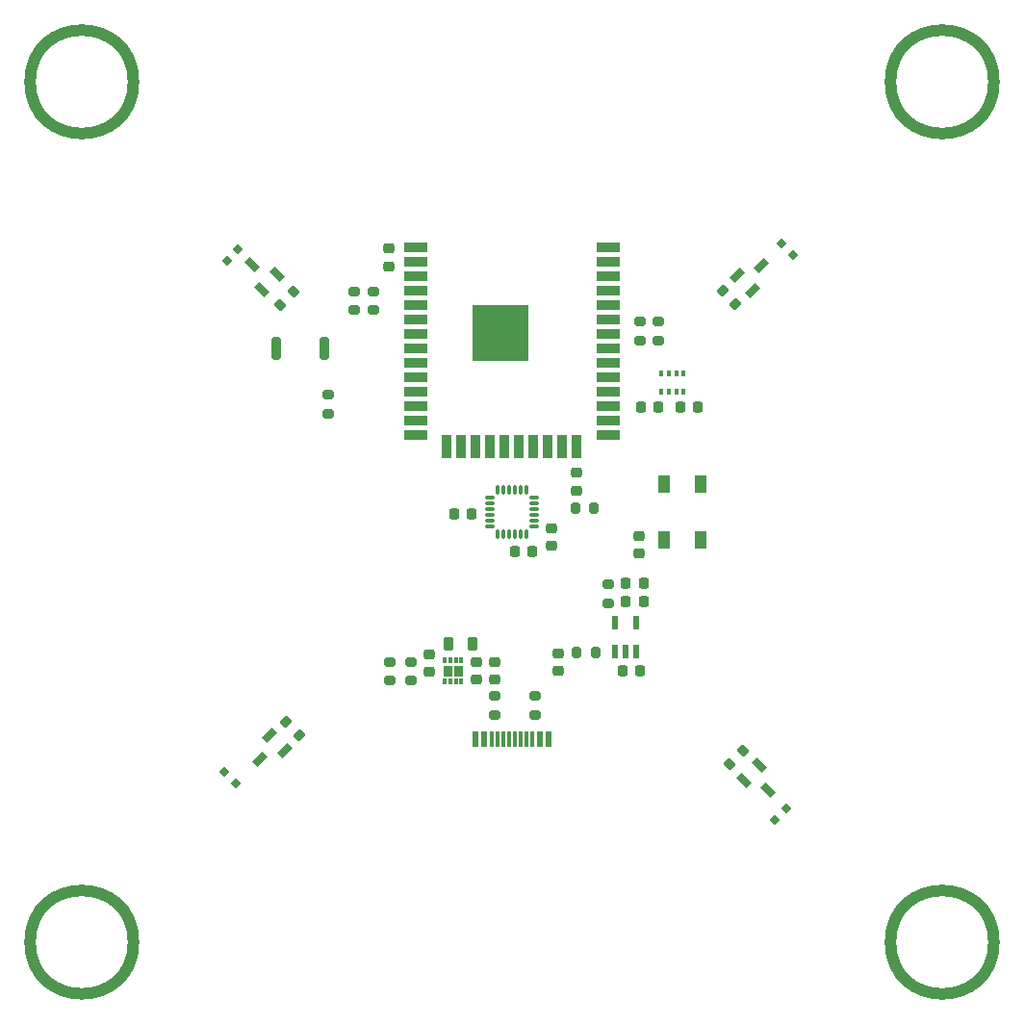
<source format=gbr>
%TF.GenerationSoftware,KiCad,Pcbnew,(6.0.1)*%
%TF.CreationDate,2022-08-15T17:42:43+03:00*%
%TF.ProjectId,ESP32_Drone,45535033-325f-4447-926f-6e652e6b6963,rev?*%
%TF.SameCoordinates,Original*%
%TF.FileFunction,Paste,Top*%
%TF.FilePolarity,Positive*%
%FSLAX46Y46*%
G04 Gerber Fmt 4.6, Leading zero omitted, Abs format (unit mm)*
G04 Created by KiCad (PCBNEW (6.0.1)) date 2022-08-15 17:42:43*
%MOMM*%
%LPD*%
G01*
G04 APERTURE LIST*
G04 Aperture macros list*
%AMRoundRect*
0 Rectangle with rounded corners*
0 $1 Rounding radius*
0 $2 $3 $4 $5 $6 $7 $8 $9 X,Y pos of 4 corners*
0 Add a 4 corners polygon primitive as box body*
4,1,4,$2,$3,$4,$5,$6,$7,$8,$9,$2,$3,0*
0 Add four circle primitives for the rounded corners*
1,1,$1+$1,$2,$3*
1,1,$1+$1,$4,$5*
1,1,$1+$1,$6,$7*
1,1,$1+$1,$8,$9*
0 Add four rect primitives between the rounded corners*
20,1,$1+$1,$2,$3,$4,$5,0*
20,1,$1+$1,$4,$5,$6,$7,0*
20,1,$1+$1,$6,$7,$8,$9,0*
20,1,$1+$1,$8,$9,$2,$3,0*%
%AMRotRect*
0 Rectangle, with rotation*
0 The origin of the aperture is its center*
0 $1 length*
0 $2 width*
0 $3 Rotation angle, in degrees counterclockwise*
0 Add horizontal line*
21,1,$1,$2,0,0,$3*%
G04 Aperture macros list end*
%ADD10C,1.000000*%
%ADD11C,0.010000*%
%ADD12RoundRect,0.200000X-0.275000X0.200000X-0.275000X-0.200000X0.275000X-0.200000X0.275000X0.200000X0*%
%ADD13RotRect,0.600000X0.700000X315.000000*%
%ADD14RotRect,1.300000X0.600000X135.000000*%
%ADD15RoundRect,0.218750X-0.218750X-0.381250X0.218750X-0.381250X0.218750X0.381250X-0.218750X0.381250X0*%
%ADD16RoundRect,0.225000X0.250000X-0.225000X0.250000X0.225000X-0.250000X0.225000X-0.250000X-0.225000X0*%
%ADD17RoundRect,0.075000X-0.075000X0.350000X-0.075000X-0.350000X0.075000X-0.350000X0.075000X0.350000X0*%
%ADD18RoundRect,0.075000X-0.350000X-0.075000X0.350000X-0.075000X0.350000X0.075000X-0.350000X0.075000X0*%
%ADD19RoundRect,0.200000X0.200000X0.800000X-0.200000X0.800000X-0.200000X-0.800000X0.200000X-0.800000X0*%
%ADD20RoundRect,0.200000X0.335876X0.053033X0.053033X0.335876X-0.335876X-0.053033X-0.053033X-0.335876X0*%
%ADD21RoundRect,0.225000X0.225000X0.250000X-0.225000X0.250000X-0.225000X-0.250000X0.225000X-0.250000X0*%
%ADD22R,0.600000X1.450000*%
%ADD23R,0.300000X1.450000*%
%ADD24R,0.350000X0.500000*%
%ADD25RoundRect,0.200000X-0.335876X-0.053033X-0.053033X-0.335876X0.335876X0.053033X0.053033X0.335876X0*%
%ADD26R,0.550000X1.200000*%
%ADD27RotRect,1.300000X0.600000X45.000000*%
%ADD28R,1.000000X1.500000*%
%ADD29RoundRect,0.200000X0.053033X-0.335876X0.335876X-0.053033X-0.053033X0.335876X-0.335876X0.053033X0*%
%ADD30RoundRect,0.225000X-0.225000X-0.250000X0.225000X-0.250000X0.225000X0.250000X-0.225000X0.250000X0*%
%ADD31RoundRect,0.225000X-0.250000X0.225000X-0.250000X-0.225000X0.250000X-0.225000X0.250000X0.225000X0*%
%ADD32RoundRect,0.200000X0.200000X0.275000X-0.200000X0.275000X-0.200000X-0.275000X0.200000X-0.275000X0*%
%ADD33RoundRect,0.200000X-0.053033X0.335876X-0.335876X0.053033X0.053033X-0.335876X0.335876X-0.053033X0*%
%ADD34R,2.000000X0.900000*%
%ADD35R,0.900000X2.000000*%
%ADD36R,5.000000X5.000000*%
%ADD37RotRect,1.300000X0.600000X315.000000*%
%ADD38RotRect,0.600000X0.700000X225.000000*%
%ADD39RotRect,0.600000X0.700000X135.000000*%
%ADD40RoundRect,0.218750X-0.256250X0.218750X-0.256250X-0.218750X0.256250X-0.218750X0.256250X0.218750X0*%
%ADD41RoundRect,0.218750X0.256250X-0.218750X0.256250X0.218750X-0.256250X0.218750X-0.256250X-0.218750X0*%
%ADD42RoundRect,0.007500X0.117500X-0.242500X0.117500X0.242500X-0.117500X0.242500X-0.117500X-0.242500X0*%
%ADD43RoundRect,0.200000X0.275000X-0.200000X0.275000X0.200000X-0.275000X0.200000X-0.275000X-0.200000X0*%
%ADD44RotRect,1.300000X0.600000X225.000000*%
G04 APERTURE END LIST*
D10*
%TO.C,SYM1*%
X184396000Y-33154000D02*
G75*
G03*
X184396000Y-33154000I-4550000J0D01*
G01*
X108704000Y-108840784D02*
G75*
G03*
X108704000Y-108840784I-4550000J0D01*
G01*
X108704000Y-33154000D02*
G75*
G03*
X108704000Y-33154000I-4550000J0D01*
G01*
X184396000Y-108846000D02*
G75*
G03*
X184396000Y-108846000I-4550000J0D01*
G01*
D11*
%TO.C,PS1*%
X136000000Y-85412500D02*
X136000000Y-84512500D01*
X136000000Y-84512500D02*
X136700000Y-84512500D01*
X136700000Y-84512500D02*
X136700000Y-85412500D01*
X136700000Y-85412500D02*
X136000000Y-85412500D01*
G36*
X136700000Y-85412500D02*
G01*
X136000000Y-85412500D01*
X136000000Y-84512500D01*
X136700000Y-84512500D01*
X136700000Y-85412500D01*
G37*
X136700000Y-85412500D02*
X136000000Y-85412500D01*
X136000000Y-84512500D01*
X136700000Y-84512500D01*
X136700000Y-85412500D01*
X136900000Y-85412500D02*
X136900000Y-84512500D01*
X136900000Y-84512500D02*
X137600000Y-84512500D01*
X137600000Y-84512500D02*
X137600000Y-85412500D01*
X137600000Y-85412500D02*
X136900000Y-85412500D01*
G36*
X137600000Y-85412500D02*
G01*
X136900000Y-85412500D01*
X136900000Y-84512500D01*
X137600000Y-84512500D01*
X137600000Y-85412500D01*
G37*
X137600000Y-85412500D02*
X136900000Y-85412500D01*
X136900000Y-84512500D01*
X137600000Y-84512500D01*
X137600000Y-85412500D01*
%TD*%
D12*
%TO.C,R5*%
X153300000Y-54275000D03*
X153300000Y-55925000D03*
%TD*%
D13*
%TO.C,D5*%
X166694975Y-48394975D03*
X165705025Y-47405025D03*
%TD*%
D14*
%TO.C,Q1*%
X119970711Y-51414214D03*
X121314214Y-50070711D03*
X119157538Y-49257538D03*
%TD*%
D12*
%TO.C,R16*%
X144000000Y-87175000D03*
X144000000Y-88825000D03*
%TD*%
D15*
%TO.C,L1*%
X136437500Y-82562500D03*
X138562500Y-82562500D03*
%TD*%
D16*
%TO.C,C3*%
X131200000Y-49375000D03*
X131200000Y-47825000D03*
%TD*%
D17*
%TO.C,U3*%
X143250000Y-69050000D03*
X142750000Y-69050000D03*
X142250000Y-69050000D03*
X141750000Y-69050000D03*
X141250000Y-69050000D03*
X140750000Y-69050000D03*
D18*
X140050000Y-69750000D03*
X140050000Y-70250000D03*
X140050000Y-70750000D03*
X140050000Y-71250000D03*
X140050000Y-71750000D03*
X140050000Y-72250000D03*
D17*
X140750000Y-72950000D03*
X141250000Y-72950000D03*
X141750000Y-72950000D03*
X142250000Y-72950000D03*
X142750000Y-72950000D03*
X143250000Y-72950000D03*
D18*
X143950000Y-72250000D03*
X143950000Y-71750000D03*
X143950000Y-71250000D03*
X143950000Y-70750000D03*
X143950000Y-70250000D03*
X143950000Y-69750000D03*
%TD*%
D19*
%TO.C,SW1*%
X125500000Y-56600000D03*
X121300000Y-56600000D03*
%TD*%
D20*
%TO.C,R12*%
X161683363Y-52683363D03*
X160516637Y-51516637D03*
%TD*%
D21*
%TO.C,C1*%
X153575000Y-78900000D03*
X152025000Y-78900000D03*
%TD*%
D22*
%TO.C,J8*%
X138750000Y-90955000D03*
X139550000Y-90955000D03*
D23*
X140750000Y-90955000D03*
X141750000Y-90955000D03*
X142250000Y-90955000D03*
X143250000Y-90955000D03*
D22*
X144450000Y-90955000D03*
X145250000Y-90955000D03*
X145250000Y-90955000D03*
X144450000Y-90955000D03*
D23*
X143750000Y-90955000D03*
X142750000Y-90955000D03*
X141250000Y-90955000D03*
X140250000Y-90955000D03*
D22*
X139550000Y-90955000D03*
X138750000Y-90955000D03*
%TD*%
D24*
%TO.C,U4*%
X155145000Y-58800000D03*
X155795000Y-58800000D03*
X156445000Y-58800000D03*
X157095000Y-58800000D03*
X157095000Y-60400000D03*
X156445000Y-60400000D03*
X155795000Y-60400000D03*
X155145000Y-60400000D03*
%TD*%
D25*
%TO.C,R14*%
X122086792Y-89456532D03*
X123253518Y-90623258D03*
%TD*%
D26*
%TO.C,U2*%
X151050000Y-83250000D03*
X152000000Y-83250000D03*
X152950000Y-83250000D03*
X152950000Y-80750000D03*
X151050000Y-80750000D03*
%TD*%
D12*
%TO.C,R15*%
X140500000Y-87175000D03*
X140500000Y-88825000D03*
%TD*%
D27*
%TO.C,Q2*%
X161785786Y-50170711D03*
X163129289Y-51514214D03*
X163942462Y-49357538D03*
%TD*%
D28*
%TO.C,D3*%
X155400000Y-73450000D03*
X158600000Y-73450000D03*
X158600000Y-68550000D03*
X155400000Y-68550000D03*
%TD*%
D29*
%TO.C,R13*%
X161116637Y-93183363D03*
X162283363Y-92016637D03*
%TD*%
D30*
%TO.C,C6*%
X142225000Y-74500000D03*
X143775000Y-74500000D03*
%TD*%
D31*
%TO.C,C12*%
X140500000Y-84187500D03*
X140500000Y-85737500D03*
%TD*%
D12*
%TO.C,R10*%
X131225000Y-84175000D03*
X131225000Y-85825000D03*
%TD*%
%TO.C,R1*%
X125800000Y-60675000D03*
X125800000Y-62325000D03*
%TD*%
D32*
%TO.C,R2*%
X149325000Y-83400000D03*
X147675000Y-83400000D03*
%TD*%
%TO.C,R8*%
X149225000Y-70700000D03*
X147575000Y-70700000D03*
%TD*%
D33*
%TO.C,R11*%
X122783363Y-51616637D03*
X121616637Y-52783363D03*
%TD*%
D31*
%TO.C,C10*%
X138900000Y-84187500D03*
X138900000Y-85737500D03*
%TD*%
D34*
%TO.C,U1*%
X133500000Y-47745000D03*
X133500000Y-49015000D03*
X133500000Y-50285000D03*
X133500000Y-51555000D03*
X133500000Y-52825000D03*
X133500000Y-54095000D03*
X133500000Y-55365000D03*
X133500000Y-56635000D03*
X133500000Y-57905000D03*
X133500000Y-59175000D03*
X133500000Y-60445000D03*
X133500000Y-61715000D03*
X133500000Y-62985000D03*
X133500000Y-64255000D03*
D35*
X136285000Y-65255000D03*
X137555000Y-65255000D03*
X138825000Y-65255000D03*
X140095000Y-65255000D03*
X141365000Y-65255000D03*
X142635000Y-65255000D03*
X143905000Y-65255000D03*
X145175000Y-65255000D03*
X146445000Y-65255000D03*
X147715000Y-65255000D03*
D34*
X150500000Y-64255000D03*
X150500000Y-62985000D03*
X150500000Y-61715000D03*
X150500000Y-60445000D03*
X150500000Y-59175000D03*
X150500000Y-57905000D03*
X150500000Y-56635000D03*
X150500000Y-55365000D03*
X150500000Y-54095000D03*
X150500000Y-52825000D03*
X150500000Y-51555000D03*
X150500000Y-50285000D03*
X150500000Y-49015000D03*
X150500000Y-47745000D03*
D36*
X141000000Y-55245000D03*
%TD*%
D21*
%TO.C,C2*%
X153575000Y-77300000D03*
X152025000Y-77300000D03*
%TD*%
D37*
%TO.C,Q3*%
X163734314Y-93280761D03*
X162390811Y-94624264D03*
X164547487Y-95437437D03*
%TD*%
D21*
%TO.C,C7*%
X138475000Y-71200000D03*
X136925000Y-71200000D03*
%TD*%
D38*
%TO.C,D6*%
X165110050Y-98089950D03*
X166100000Y-97100000D03*
%TD*%
D39*
%TO.C,D7*%
X116675180Y-93844920D03*
X117665130Y-94834870D03*
%TD*%
D40*
%TO.C,D1*%
X146100000Y-83412500D03*
X146100000Y-84987500D03*
%TD*%
D21*
%TO.C,C13*%
X154875000Y-61740000D03*
X153325000Y-61740000D03*
%TD*%
D41*
%TO.C,D2*%
X147700000Y-69100000D03*
X147700000Y-67525000D03*
%TD*%
D30*
%TO.C,C14*%
X156825000Y-61740000D03*
X158375000Y-61740000D03*
%TD*%
D38*
%TO.C,D4*%
X116905025Y-48894975D03*
X117894975Y-47905025D03*
%TD*%
D31*
%TO.C,C8*%
X153200000Y-73125000D03*
X153200000Y-74675000D03*
%TD*%
D42*
%TO.C,PS1*%
X136050000Y-85912500D03*
X136550000Y-85912500D03*
X137050000Y-85912500D03*
X137550000Y-85912500D03*
X137550000Y-84012500D03*
X137050000Y-84012500D03*
X136550000Y-84012500D03*
X136050000Y-84012500D03*
%TD*%
D31*
%TO.C,C5*%
X134700000Y-83525000D03*
X134700000Y-85075000D03*
%TD*%
D43*
%TO.C,R3*%
X150500000Y-79025000D03*
X150500000Y-77375000D03*
%TD*%
D21*
%TO.C,C4*%
X153275000Y-85000000D03*
X151725000Y-85000000D03*
%TD*%
D43*
%TO.C,R7*%
X129800000Y-53225000D03*
X129800000Y-51575000D03*
%TD*%
D31*
%TO.C,C9*%
X145500000Y-72425000D03*
X145500000Y-73975000D03*
%TD*%
D12*
%TO.C,R9*%
X133125000Y-84175000D03*
X133125000Y-85825000D03*
%TD*%
D44*
%TO.C,Q4*%
X121984369Y-91969184D03*
X120640866Y-90625681D03*
X119827693Y-92782357D03*
%TD*%
D12*
%TO.C,R4*%
X154900000Y-54275000D03*
X154900000Y-55925000D03*
%TD*%
%TO.C,R6*%
X128100000Y-51575000D03*
X128100000Y-53225000D03*
%TD*%
M02*

</source>
